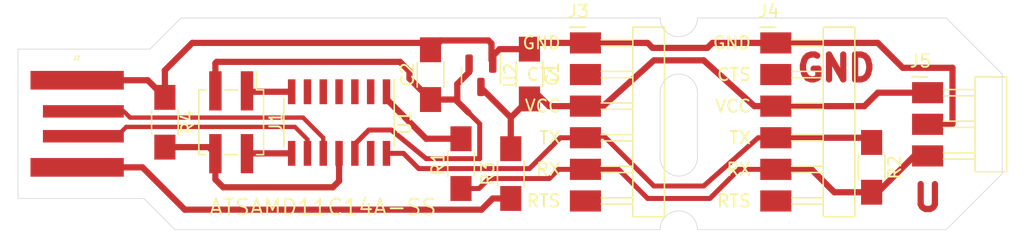
<source format=kicad_pcb>
(kicad_pcb (version 20211014) (generator pcbnew)
  (layers (0 "F.Cu" signal) (31 "B.Cu" signal) (34 "B.Paste" user) (35 "F.Paste" user) (36 "B.SilkS" user "B.Silkscreen") (37 "F.SilkS" user "F.Silkscreen") (38 "B.Mask" user) (39 "F.Mask" user) (44 "Edge.Cuts" user))
  (net 0 "")
  (net 1 "GND")
  (net 2 "+5V")
  (net 3 "+3V3")
  (net 4 "/USB_P")
  (net 5 "/USB_M")
  (net 6 "Net-(J3-Pad5)")
  (net 7 "/TX")
  (net 8 "Net-(R1-Pad2)")
  (net 10 "/DIO")
  (net 11 "/CLK")
  (net 12 "Net-(J2-Pad5V)")
  (net 13 "Net-(J1-Pad4)")
  (footprint "fab:PinHeader_FTDI_01x06_P2.54mm_Horizontal_SMD" (layer "F.Cu") (at 21 -16)
    (fp_text reference "J3" (at -1.524 -2.54 180) (layer "F.SilkS") (effects (justify left)))
    (fp_text value "FTDI Out")
    (fp_text user "GND" (at -1.905 0) (layer "F.SilkS") (effects (justify right)))
    (fp_text user "RTS" (at -1.905 12.7) (layer "F.SilkS") (effects (justify right)))
    (fp_text user "RX" (at -1.905 10.16) (layer "F.SilkS") (effects (justify right)))
    (fp_text user "CTS" (at -1.905 2.54) (layer "F.SilkS") (effects (justify right)))
    (fp_text user "VCC" (at -1.905 5.08) (layer "F.SilkS") (effects (justify right)))
    (fp_text user "TX" (at -1.905 7.62) (layer "F.SilkS") (effects (justify right)))
    (fp_line (start 6.35 -1.27) (end 6.35 13.97) (layer "F.SilkS") (width 0.12))
    (fp_line (start 3.81 9.906) (end 1.27 9.906) (layer "F.SilkS") (width 0.12))
    (fp_line (start 3.81 12.954) (end 1.27 12.954) (layer "F.SilkS") (width 0.12))
    (fp_line (start 3.81 -1.27) (end 6.35 -1.27) (layer "F.SilkS") (width 0.12))
    (fp_line (start 3.81 5.334) (end 1.27 5.334) (layer "F.SilkS") (width 0.12))
    (fp_line (start 3.81 4.826) (end 1.27 4.826) (layer "F.SilkS") (width 0.12))
    (fp_line (start 3.81 2.286) (end 1.27 2.286) (layer "F.SilkS") (width 0.12))
    (fp_line (start 3.81 12.446) (end 1.27 12.446) (layer "F.SilkS") (width 0.12))
    (fp_line (start 3.81 7.366) (end 1.27 7.366) (layer "F.SilkS") (width 0.12))
    (fp_line (start 3.81 13.97) (end 3.81 -1.27) (layer "F.SilkS") (width 0.12))
    (fp_line (start 3.81 0.254) (end 1.27 0.254) (layer "F.SilkS") (width 0.12))
    (fp_line (start -1.27 -1.27) (end 0 -1.27) (layer "F.SilkS") (width 0.12))
    (fp_line (start 3.81 2.794) (end 1.27 2.794) (layer "F.SilkS") (width 0.12))
    (fp_line (start 3.81 7.874) (end 1.27 7.874) (layer "F.SilkS") (width 0.12))
    (fp_line (start 3.81 -0.254) (end 1.27 -0.254) (layer "F.SilkS") (width 0.12))
    (fp_line (start 3.81 10.414) (end 1.27 10.414) (layer "F.SilkS") (width 0.12))
    (fp_line (start 6.35 13.97) (end 3.81 13.97) (layer "F.SilkS") (width 0.12))
    (pad "1" smd rect locked (at 0 0) (size 2.5 1.7) (layers "F.Cu" "F.Paste" "F.Mask") (net 1 "GND"))
    (pad "2" smd rect locked (at 0 2.54) (size 2.5 1.7) (layers "F.Cu" "F.Paste" "F.Mask"))
    (pad "3" smd rect locked (at 0 5.08) (size 2.5 1.7) (layers "F.Cu" "F.Paste" "F.Mask") (net 2 "+5V"))
    (pad "4" smd rect locked (at 0 7.62) (size 2.5 1.7) (layers "F.Cu" "F.Paste" "F.Mask") (net 7 "/TX"))
    (pad "5" smd rect locked (at 0 10.16) (size 2.5 1.7) (layers "F.Cu" "F.Paste" "F.Mask") (net 6 "Net-(J3-Pad5)"))
    (pad "6" smd rect locked (at 0 12.7) (size 2.5 1.7) (layers "F.Cu" "F.Paste" "F.Mask"))
  )
  (footprint "fab:PinHeader_FTDI_01x06_P2.54mm_Horizontal_SMD" (layer "F.Cu") (at 36.3 -16)
    (fp_text reference "J4" (at -1.524 -2.54 180) (layer "F.SilkS") (effects (justify left)))
    (fp_text value "FTDI In")
    (fp_text user "CTS" (at -1.905 2.54) (layer "F.SilkS") (effects (justify right)))
    (fp_text user "RTS" (at -1.905 12.7) (layer "F.SilkS") (effects (justify right)))
    (fp_text user "TX" (at -1.905 7.62) (layer "F.SilkS") (effects (justify right)))
    (fp_text user "VCC" (at -1.905 5.08) (layer "F.SilkS") (effects (justify right)))
    (fp_text user "GND" (at -1.905 0) (layer "F.SilkS") (effects (justify right)))
    (fp_text user "RX" (at -1.905 10.16) (layer "F.SilkS") (effects (justify right)))
    (fp_line (start 3.81 12.954) (end 1.27 12.954) (layer "F.SilkS") (width 0.12))
    (fp_line (start 3.81 2.794) (end 1.27 2.794) (layer "F.SilkS") (width 0.12))
    (fp_line (start 3.81 10.414) (end 1.27 10.414) (layer "F.SilkS") (width 0.12))
    (fp_line (start 6.35 -1.27) (end 6.35 13.97) (layer "F.SilkS") (width 0.12))
    (fp_line (start 3.81 4.826) (end 1.27 4.826) (layer "F.SilkS") (width 0.12))
    (fp_line (start 3.81 9.906) (end 1.27 9.906) (layer "F.SilkS") (width 0.12))
    (fp_line (start 6.35 13.97) (end 3.81 13.97) (layer "F.SilkS") (width 0.12))
    (fp_line (start -1.27 -1.27) (end 0 -1.27) (layer "F.SilkS") (width 0.12))
    (fp_line (start 3.81 2.286) (end 1.27 2.286) (layer "F.SilkS") (width 0.12))
    (fp_line (start 3.81 -1.27) (end 6.35 -1.27) (layer "F.SilkS") (width 0.12))
    (fp_line (start 3.81 0.254) (end 1.27 0.254) (layer "F.SilkS") (width 0.12))
    (fp_line (start 3.81 7.874) (end 1.27 7.874) (layer "F.SilkS") (width 0.12))
    (fp_line (start 3.81 7.366) (end 1.27 7.366) (layer "F.SilkS") (width 0.12))
    (fp_line (start 3.81 5.334) (end 1.27 5.334) (layer "F.SilkS") (width 0.12))
    (fp_line (start 3.81 13.97) (end 3.81 -1.27) (layer "F.SilkS") (width 0.12))
    (fp_line (start 3.81 -0.254) (end 1.27 -0.254) (layer "F.SilkS") (width 0.12))
    (fp_line (start 3.81 12.446) (end 1.27 12.446) (layer "F.SilkS") (width 0.12))
    (pad "1" smd rect locked (at 0 0) (size 2.5 1.7) (layers "F.Cu" "F.Paste" "F.Mask") (net 1 "GND"))
    (pad "2" smd rect locked (at 0 2.54) (size 2.5 1.7) (layers "F.Cu" "F.Paste" "F.Mask"))
    (pad "3" smd rect locked (at 0 5.08) (size 2.5 1.7) (layers "F.Cu" "F.Paste" "F.Mask") (net 2 "+5V"))
    (pad "4" smd rect locked (at 0 7.62) (size 2.5 1.7) (layers "F.Cu" "F.Paste" "F.Mask") (net 7 "/TX"))
    (pad "5" smd rect locked (at 0 10.16) (size 2.5 1.7) (layers "F.Cu" "F.Paste" "F.Mask") (net 6 "Net-(J3-Pad5)"))
    (pad "6" smd rect locked (at 0 12.7) (size 2.5 1.7) (layers "F.Cu" "F.Paste" "F.Mask"))
  )
  (footprint "fab:C_1206" (layer "F.Cu") (at 16.5 -13.5 -90)
    (fp_text reference "C1" (at 0 -1.85 90) (layer "F.SilkS"))
    (fp_text value "1 uF")
    (fp_line (start -1 -1.07) (end 1 -1.07) (layer "F.SilkS") (width 0.12))
    (fp_line (start 1 1.07) (end -1 1.07) (layer "F.SilkS") (width 0.12))
    (pad "1" smd rect locked (at -2 0 270) (size 2 1.7) (layers "F.Cu" "F.Paste" "F.Mask") (net 1 "GND"))
    (pad "2" smd rect locked (at 2 0 270) (size 2 1.7) (layers "F.Cu" "F.Paste" "F.Mask") (net 2 "+5V"))
  )
  (footprint "fab:PinHeader_1x03_P2.54mm_Horizontal_SMD" (layer "F.Cu") (at 48.5 -12)
    (fp_text reference "J5" (at -1.524 -2.54 180) (layer "F.SilkS") (effects (justify left)))
    (fp_text value "UPDI Out")
    (fp_line (start 3.81 -0.254) (end 1.27 -0.254) (layer "F.SilkS") (width 0.12))
    (fp_line (start 3.81 2.794) (end 1.27 2.794) (layer "F.SilkS") (width 0.12))
    (fp_line (start 6.35 6.35) (end 3.81 6.35) (layer "F.SilkS") (width 0.12))
    (fp_line (start 3.81 6.35) (end 3.81 -1.27) (layer "F.SilkS") (width 0.12))
    (fp_line (start 3.81 0.254) (end 1.27 0.254) (layer "F.SilkS") (width 0.12))
    (fp_line (start 6.35 -1.27) (end 6.35 6.35) (layer "F.SilkS") (width 0.12))
    (fp_line (start 3.81 2.286) (end 1.27 2.286) (layer "F.SilkS") (width 0.12))
    (fp_line (start 3.81 5.334) (end 1.27 5.334) (layer "F.SilkS") (width 0.12))
    (fp_line (start 3.81 4.826) (end 1.27 4.826) (layer "F.SilkS") (width 0.12))
    (fp_line (start 3.81 -1.27) (end 6.35 -1.27) (layer "F.SilkS") (width 0.12))
    (fp_line (start -1.27 -1.27) (end 0 -1.27) (layer "F.SilkS") (width 0.12))
    (pad "1" smd rect locked (at 0 0) (size 2.5 1.7) (layers "F.Cu" "F.Paste" "F.Mask") (net 2 "+5V"))
    (pad "2" smd rect locked (at 0 2.54) (size 2.5 1.7) (layers "F.Cu" "F.Paste" "F.Mask") (net 1 "GND"))
    (pad "3" smd rect locked (at 0 5.08) (size 2.5 1.7) (layers "F.Cu" "F.Paste" "F.Mask") (net 6 "Net-(J3-Pad5)"))
  )
  (footprint "fab:R_1206" (layer "F.Cu") (at 44 -6 -90)
    (fp_text reference "R2" (at 0 -1.85 90) (layer "F.SilkS"))
    (fp_text value "4.7K")
    (fp_line (start -1 -1.07) (end 1 -1.07) (layer "F.SilkS") (width 0.12))
    (fp_line (start 1 1.07) (end -1 1.07) (layer "F.SilkS") (width 0.12))
    (pad "1" smd rect locked (at -2 0 270) (size 2 1.7) (layers "F.Cu" "F.Paste" "F.Mask") (net 7 "/TX"))
    (pad "2" smd rect locked (at 2 0 270) (size 2 1.7) (layers "F.Cu" "F.Paste" "F.Mask") (net 6 "Net-(J3-Pad5)"))
  )
  (footprint "fab:C_1206" (layer "F.Cu") (at 8.55 -13.45 90)
    (fp_text reference "C2" (at 0 -1.85 90) (layer "F.SilkS"))
    (fp_text value "1 uF")
    (fp_line (start -1 -1.07) (end 1 -1.07) (layer "F.SilkS") (width 0.12))
    (fp_line (start 1 1.07) (end -1 1.07) (layer "F.SilkS") (width 0.12))
    (pad "1" smd rect locked (at -2 0 90) (size 2 1.7) (layers "F.Cu" "F.Paste" "F.Mask") (net 3 "+3V3"))
    (pad "2" smd rect locked (at 2 0 90) (size 2 1.7) (layers "F.Cu" "F.Paste" "F.Mask") (net 1 "GND"))
  )
  (footprint "fab:R_1206" (layer "F.Cu") (at 11 -6.3 90)
    (fp_text reference "R1" (at 0 -1.85 90) (layer "F.SilkS"))
    (fp_text value "1.2K")
    (fp_line (start -1 -1.07) (end 1 -1.07) (layer "F.SilkS") (width 0.12))
    (fp_line (start 1 1.07) (end -1 1.07) (layer "F.SilkS") (width 0.12))
    (pad "1" smd rect locked (at -2 0 90) (size 2 1.7) (layers "F.Cu" "F.Paste" "F.Mask") (net 6 "Net-(J3-Pad5)"))
    (pad "2" smd rect locked (at 2 0 90) (size 2 1.7) (layers "F.Cu" "F.Paste" "F.Mask") (net 8 "Net-(R1-Pad2)"))
  )
  (footprint "fab:SOIC-14_3.9x8.7mm_P1.27mm" (layer "F.Cu") (at 1.2 -9.6 -90)
    (fp_text reference "U1" (at 0 -5.28 90) (layer "F.SilkS"))
    (fp_text value "ATSAMD11C14A-SS" (at 6.8 1.3 180) (layer "F.SilkS") (effects (font (size 1.27 1.27))))
    (fp_line (start 0 -4.435) (end -3.45 -4.435) (layer "F.SilkS") (width 0.12))
    (fp_line (start 0 4.435) (end -1.95 4.435) (layer "F.SilkS") (width 0.12))
    (fp_line (start 0 4.435) (end 1.95 4.435) (layer "F.SilkS") (width 0.12))
    (fp_line (start 0 -4.435) (end 1.95 -4.435) (layer "F.SilkS") (width 0.12))
    (pad "1" smd rect locked (at -2.475 -3.81 270) (size 2 0.6) (layers "F.Cu" "F.Paste" "F.Mask") (net 8 "Net-(R1-Pad2)"))
    (pad "2" smd rect locked (at -2.475 -2.54 270) (size 2 0.6) (layers "F.Cu" "F.Paste" "F.Mask"))
    (pad "3" smd rect locked (at -2.475 -1.27 270) (size 2 0.6) (layers "F.Cu" "F.Paste" "F.Mask"))
    (pad "4" smd rect locked (at -2.475 0 270) (size 2 0.6) (layers "F.Cu" "F.Paste" "F.Mask"))
    (pad "5" smd rect locked (at -2.475 1.27 270) (size 2 0.6) (layers "F.Cu" "F.Paste" "F.Mask"))
    (pad "6" smd rect locked (at -2.475 2.54 270) (size 2 0.6) (layers "F.Cu" "F.Paste" "F.Mask"))
    (pad "7" smd rect locked (at -2.475 3.81 270) (size 2 0.6) (layers "F.Cu" "F.Paste" "F.Mask") (net 11 "/CLK"))
    (pad "8" smd rect locked (at 2.475 3.81 270) (size 2 0.6) (layers "F.Cu" "F.Paste" "F.Mask") (net 10 "/DIO"))
    (pad "9" smd rect locked (at 2.475 2.54 270) (size 2 0.6) (layers "F.Cu" "F.Paste" "F.Mask") (net 5 "/USB_M"))
    (pad "10" smd rect locked (at 2.475 1.27 270) (size 2 0.6) (layers "F.Cu" "F.Paste" "F.Mask") (net 4 "/USB_P"))
    (pad "11" smd rect locked (at 2.475 0 270) (size 2 0.6) (layers "F.Cu" "F.Paste" "F.Mask") (net 13 "Net-(J1-Pad4)"))
    (pad "12" smd rect locked (at 2.475 -1.27 270) (size 2 0.6) (layers "F.Cu" "F.Paste" "F.Mask") (net 3 "+3V3"))
    (pad "13" smd rect locked (at 2.475 -2.54 270) (size 2 0.6) (layers "F.Cu" "F.Paste" "F.Mask"))
    (pad "14" smd rect locked (at 2.475 -3.81 270) (size 2 0.6) (layers "F.Cu" "F.Paste" "F.Mask") (net 7 "/TX"))
  )
  (footprint "fab:PinHeader_2x02_P2.54mm_Vertical_SMD" (layer "F.Cu") (at -7.47 -9.625 -90)
    (fp_text reference "J1" (at 0 -3.6 90) (layer "F.SilkS"))
    (fp_text value "SWD")
    (fp_line (start 2.6 -0.51) (end 2.6 0.51) (layer "F.SilkS") (width 0.12))
    (fp_line (start -2.6 -2.6) (end -2.6 -2.03) (layer "F.SilkS") (width 0.12))
    (fp_line (start 2.6 2.03) (end 2.6 2.6) (layer "F.SilkS") (width 0.12))
    (fp_line (start -2.6 -2.6) (end 2.6 -2.6) (layer "F.SilkS") (width 0.12))
    (fp_line (start -2.6 2.6) (end 2.6 2.6) (layer "F.SilkS") (width 0.12))
    (fp_line (start -4.04 -2.03) (end -2.6 -2.03) (layer "F.SilkS") (width 0.12))
    (fp_line (start 2.6 -2.6) (end 2.6 -2.03) (layer "F.SilkS") (width 0.12))
    (fp_line (start -2.6 2.03) (end -2.6 2.6) (layer "F.SilkS") (width 0.12))
    (fp_line (start -2.6 -0.51) (end -2.6 0.51) (layer "F.SilkS") (width 0.12))
    (pad "1" smd rect locked (at -2.525 -1.27 270) (size 3.15 1) (layers "F.Cu" "F.Paste" "F.Mask") (net 11 "/CLK"))
    (pad "2" smd rect locked (at 2.525 -1.27 270) (size 3.15 1) (layers "F.Cu" "F.Paste" "F.Mask") (net 10 "/DIO"))
    (pad "3" smd rect locked (at -2.525 1.27 270) (size 3.15 1) (layers "F.Cu" "F.Paste" "F.Mask") (net 3 "+3V3"))
    (pad "4" smd rect locked (at 2.525 1.27 270) (size 3.15 1) (layers "F.Cu" "F.Paste" "F.Mask") (net 13 "Net-(J1-Pad4)"))
  )
  (footprint "fab:R_1206" (layer "F.Cu") (at 15 -5.5 90)
    (fp_text reference "R3" (at 0 -1.85 90) (layer "F.SilkS"))
    (fp_text value "0K")
    (fp_line (start -1 -1.07) (end 1 -1.07) (layer "F.SilkS") (width 0.12))
    (fp_line (start 1 1.07) (end -1 1.07) (layer "F.SilkS") (width 0.12))
    (pad "1" smd rect locked (at -2 0 90) (size 2 1.7) (layers "F.Cu" "F.Paste" "F.Mask") (net 12 "Net-(J2-Pad5V)"))
    (pad "2" smd rect locked (at 2 0 90) (size 2 1.7) (layers "F.Cu" "F.Paste" "F.Mask") (net 2 "+5V"))
  )
  (footprint "fab:R_1206" (layer "F.Cu") (at -12.8 -9.625 -90)
    (fp_text reference "R4" (at 0 -1.85 90) (layer "F.SilkS"))
    (fp_text value "0K")
    (fp_line (start 1 1.07) (end -1 1.07) (layer "F.SilkS") (width 0.12))
    (fp_line (start -1 -1.07) (end 1 -1.07) (layer "F.SilkS") (width 0.12))
    (pad "1" smd rect locked (at -2 0 270) (size 2 1.7) (layers "F.Cu" "F.Paste" "F.Mask") (net 1 "GND"))
    (pad "2" smd rect locked (at 2 0 270) (size 2 1.7) (layers "F.Cu" "F.Paste" "F.Mask") (net 13 "Net-(J1-Pad4)"))
  )
  (footprint "wheaton:FAB_USB-A-PCB" (layer "F.Cu") (at -19.65 -9.5)
    (fp_text reference "J2" (at -0.254 -5.2832) (layer "F.SilkS") (effects (font (size 0.32 0.32))))
    (fp_text value "FAB-USB-PCB")
    (pad "5V" smd rect locked (at -0.2 3.5) (size 7.5 1.5) (layers "F.Cu" "F.Paste" "F.Mask") (net 12 "Net-(J2-Pad5V)"))
    (pad "GND" smd rect locked (at -0.2 -3.5) (size 7.5 1.5) (layers "F.Cu" "F.Paste" "F.Mask") (net 1 "GND"))
    (pad "USB_M" smd rect locked (at 0.3 1) (size 6.5 1) (layers "F.Cu" "F.Paste" "F.Mask") (net 5 "/USB_M"))
    (pad "USB_P" smd rect locked (at 0.3 -1) (size 6.5 1) (layers "F.Cu" "F.Paste" "F.Mask") (net 4 "/USB_P"))
  )
  (footprint "Package_TO_SOT_SMD:SOT-23" (layer "F.Cu") (at 12.6 -13.4 -90)
    (fp_text reference "U2" (at 0 -2.4 -90) (layer "F.SilkS"))
    (fp_text value "MCP1700")
    (fp_line (start 0 1.56) (end 0.65 1.56) (layer "F.SilkS") (width 0.12))
    (fp_line (start 0 -1.56) (end 0.65 -1.56) (layer "F.SilkS") (width 0.12))
    (fp_line (start 0 1.56) (end -0.65 1.56) (layer "F.SilkS") (width 0.12))
    (fp_line (start 0 -1.56) (end -1.675 -1.56) (layer "F.SilkS") (width 0.12))
    (pad "1" smd roundrect (at -0.9375 -0.95 270) (size 1.475 0.6) (layers "F.Cu" "F.Paste" "F.Mask") (net 1 "GND"))
    (pad "2" smd roundrect (at -0.9375 0.95 270) (size 1.475 0.6) (layers "F.Cu" "F.Paste" "F.Mask") (net 3 "+3V3"))
    (pad "3" smd roundrect (at 0.9375 0 270) (size 1.475 0.6) (layers "F.Cu" "F.Paste" "F.Mask") (net 2 "+5V"))
  )
  (gr_line (start 54.5 -5.5) (end 54.5 -13.5) (layer "Edge.Cuts") (width 0.05))
  (gr_line (start -11.5 -18) (end -14 -15.5) (layer "Edge.Cuts") (width 0.05))
  (gr_line (start -14 -15.5) (end -24.6 -15.5) (layer "Edge.Cuts") (width 0.05))
  (gr_arc (start 30 -18) (mid 28.5 -16.5) (end 27 -18) (layer "Edge.Cuts") (width 0.05))
  (gr_arc (start 27 -1) (mid 28.5 -2.5) (end 30 -1) (layer "Edge.Cuts") (width 0.05))
  (gr_line (start 54.5 -13.5) (end 50 -18) (layer "Edge.Cuts") (width 0.05))
  (gr_line (start 27 -6.8) (end 27 -12) (layer "Edge.Cuts") (width 0.05))
  (gr_line (start 30 -1) (end 50 -1) (layer "Edge.Cuts") (width 0.05))
  (gr_line (start 30 -12) (end 30 -6.8) (layer "Edge.Cuts") (width 0.05))
  (gr_line (start -24.6 -15.5) (end -24.6 -3.5) (layer "Edge.Cuts") (width 0.05))
  (gr_line (start 27 -18) (end -11.5 -18) (layer "Edge.Cuts") (width 0.05))
  (gr_arc (start 30 -6.8) (mid 28.5 -5.3) (end 27 -6.8) (layer "Edge.Cuts") (width 0.05))
  (gr_line (start 50 -1) (end 54.5 -5.5) (layer "Edge.Cuts") (width 0.05))
  (gr_line (start 30 -18) (end 50 -18) (layer "Edge.Cuts") (width 0.05))
  (gr_line (start -14.5 -3.5) (end -12 -1) (layer "Edge.Cuts") (width 0.05))
  (gr_line (start -24.6 -3.5) (end -14.5 -3.5) (layer "Edge.Cuts") (width 0.05))
  (gr_arc (start 27 -12) (mid 28.5 -13.5) (end 30 -12) (layer "Edge.Cuts") (width 0.05))
  (gr_line (start 27 -1) (end -12 -1) (layer "Edge.Cuts") (width 0.05))
  (gr_text "GND" (at 41.148 -13.97) (layer "F.Cu") (effects (font (size 2 2) (thickness 0.5))))
  (gr_text "U" (at 48.514 -3.556) (layer "F.Cu") (effects (font (size 2 2) (thickness 0.5))))
  (segment (start 30.8 -15.6) (end 31.2 -16) (width 0.5) (layer "F.Cu") (net 1))
  (segment (start 13.55 -14.95) (end 13.55 -14.3375) (width 0.5) (layer "F.Cu") (net 1))
  (segment (start 8.55 -15.58) (end 8.128 -16.002) (width 0.5) (layer "F.Cu") (net 1))
  (segment (start 50.5 -14) (end 50.5 -9.5) (width 0.5) (layer "F.Cu") (net 1))
  (segment (start 13.55 -14.85) (end 13.55 -14.3375) (width 0.5) (layer "F.Cu") (net 1))
  (segment (start 46.5 -14) (end 50.5 -14) (width 0.5) (layer "F.Cu") (net 1))
  (segment (start -12.8 -13.8) (end -12.8 -11.625) (width 0.5) (layer "F.Cu") (net 1))
  (segment (start 13.2 -16.2) (end 13.45 -15.95) (width 0.5) (layer "F.Cu") (net 1))
  (segment (start -10.598 -16.002) (end -12.8 -13.8) (width 0.5) (layer "F.Cu") (net 1))
  (segment (start 13.45 -15.95) (end 13.45 -14.6) (width 0.5) (layer "F.Cu") (net 1))
  (segment (start 36.3 -16) (end 44.5 -16) (width 0.5) (layer "F.Cu") (net 1))
  (segment (start 8.65 -15.45) (end 9.4 -16.2) (width 0.5) (layer "F.Cu") (net 1))
  (segment (start 16.5 -16) (end 21 -16) (width 0.5) (layer "F.Cu") (net 1))
  (segment (start 8.55 -15.45) (end 8.65 -15.45) (width 0.5) (layer "F.Cu") (net 1))
  (segment (start 16.5 -15.5) (end 14.1 -15.5) (width 0.5) (layer "F.Cu") (net 1))
  (segment (start 21 -16) (end 26 -16) (width 0.5) (layer "F.Cu") (net 1))
  (segment (start 50.5 -9.5) (end 50.46 -9.46) (width 0.5) (layer "F.Cu") (net 1))
  (segment (start 8.55 -15.45) (end 8.55 -15.58) (width 0.5) (layer "F.Cu") (net 1))
  (segment (start 26 -16) (end 26.4 -15.6) (width 0.5) (layer "F.Cu") (net 1))
  (segment (start 14.1 -15.5) (end 13.55 -14.95) (width 0.5) (layer "F.Cu") (net 1))
  (segment (start -14.175 -13) (end -12.8 -11.625) (width 0.5) (layer "F.Cu") (net 1))
  (segment (start 26.4 -15.6) (end 30.8 -15.6) (width 0.5) (layer "F.Cu") (net 1))
  (segment (start 31.2 -16) (end 36.3 -16) (width 0.5) (layer "F.Cu") (net 1))
  (segment (start 50.46 -9.46) (end 48.5 -9.46) (width 0.5) (layer "F.Cu") (net 1))
  (segment (start 8.128 -16.002) (end -10.598 -16.002) (width 0.5) (layer "F.Cu") (net 1))
  (segment (start -19.85 -13) (end -14.175 -13) (width 0.5) (layer "F.Cu") (net 1))
  (segment (start 44.5 -16) (end 46.5 -14) (width 0.5) (layer "F.Cu") (net 1))
  (segment (start 9.4 -16.2) (end 13.2 -16.2) (width 0.5) (layer "F.Cu") (net 1))
  (segment (start 36.3 -10.92) (end 43.42 -10.92) (width 0.5) (layer "F.Cu") (net 2))
  (segment (start 30.5 -14.6) (end 34.58 -10.92) (width 0.5) (layer "F.Cu") (net 2))
  (segment (start 17 -12) (end 18.08 -10.92) (width 0.5) (layer "F.Cu") (net 2))
  (segment (start 15 -7.5) (end 15 -10) (width 0.5) (layer "F.Cu") (net 2))
  (segment (start 21 -10.92) (end 22.42 -10.92) (width 0.5) (layer "F.Cu") (net 2))
  (segment (start 18.08 -10.92) (end 21 -10.92) (width 0.5) (layer "F.Cu") (net 2))
  (segment (start 44.5 -12) (end 48.5 -12) (width 0.5) (layer "F.Cu") (net 2))
  (segment (start 22.42 -10.92) (end 26.5 -14.6) (width 0.5) (layer "F.Cu") (net 2))
  (segment (start 43.42 -10.92) (end 44.5 -12) (width 0.5) (layer "F.Cu") (net 2))
  (segment (start 16.5 -11.5) (end 17 -11.5) (width 0.5) (layer "F.Cu") (net 2))
  (segment (start 15 -10) (end 16.5 -11.5) (width 0.5) (layer "F.Cu") (net 2))
  (segment (start 34.58 -10.92) (end 36.3 -10.92) (width 0.5) (layer "F.Cu") (net 2))
  (segment (start 26.5 -14.6) (end 30.5 -14.6) (width 0.5) (layer "F.Cu") (net 2))
  (segment (start 12.6 -12.4625) (end 12.6 -12.4) (width 0.5) (layer "F.Cu") (net 2))
  (segment (start 12.6 -12.4) (end 15 -10) (width 0.5) (layer "F.Cu") (net 2))
  (segment (start -8.74 -14.374) (end -8.636 -14.478) (width 0.5) (layer "F.Cu") (net 3))
  (segment (start 11.65 -13.65) (end 10.7 -12.7) (width 0.5) (layer "F.Cu") (net 3))
  (segment (start 3.594998 -9) (end 2.47 -7.875002) (width 0.4) (layer "F.Cu") (net 3))
  (segment (start 12.5 -9.5) (end 12.5 -6.7) (width 0.4) (layer "F.Cu") (net 3))
  (segment (start 6.858 -13.142) (end 8.55 -11.45) (width 0.5) (layer "F.Cu") (net 3))
  (segment (start 6.858 -13.716) (end 6.858 -13.142) (width 0.5) (layer "F.Cu") (net 3))
  (segment (start 5.4 -9) (end 3.594998 -9) (width 0.4) (layer "F.Cu") (net 3))
  (segment (start 12.5 -6.7) (end 8.2 -6.7) (width 0.4) (layer "F.Cu") (net 3))
  (segment (start 11.65 -14.3375) (end 11.65 -13.65) (width 0.5) (layer "F.Cu") (net 3))
  (segment (start 10.7 -11.45) (end 10.7 -11.3) (width 0.5) (layer "F.Cu") (net 3))
  (segment (start 10.7 -12.7) (end 10.7 -11.45) (width 0.5) (layer "F.Cu") (net 3))
  (segment (start -8.74 -12.15) (end -8.74 -14.374) (width 0.5) (layer "F.Cu") (net 3))
  (segment (start 11.6 -10.4) (end 12.5 -9.5) (width 0.4) (layer "F.Cu") (net 3))
  (segment (start 10.7 -11.45) (end 8.55 -11.45) (width 0.5) (layer "F.Cu") (net 3))
  (segment (start -8.636 -14.478) (end 6.096 -14.478) (width 0.5) (layer "F.Cu") (net 3))
  (segment (start 2.47 -7.875002) (end 2.47 -7.125) (width 0.4) (layer "F.Cu") (net 3))
  (segment (start 8.2 -6.7) (end 5.4 -9) (width 0.4) (layer "F.Cu") (net 3))
  (segment (start 10.7 -11.3) (end 11.6 -10.4) (width 0.5) (layer "F.Cu") (net 3))
  (segment (start 6.096 -14.478) (end 6.858 -13.716) (width 0.5) (layer "F.Cu") (net 3))
  (segment (start -0.07 -7.125) (end -0.07 -8.37) (width 0.35) (layer "F.Cu") (net 4))
  (segment (start -19.35 -10.5) (end -16.1 -10.5) (width 0.25) (layer "F.Cu") (net 4))
  (segment (start -0.07 -8.37) (end -1.7 -10) (width 0.35) (layer "F.Cu") (net 4))
  (segment (start -16.1 -10.5) (end -15.6 -10) (width 0.35) (layer "F.Cu") (net 4))
  (segment (start -15.6 -10) (end -1.7 -10) (width 0.35) (layer "F.Cu") (net 4))
  (segment (start -19.35 -8.5) (end -16.65 -8.5) (width 0.25) (layer "F.Cu") (net 5))
  (segment (start -1.34 -7.125) (end -1.34 -8.24) (width 0.35) (layer "F.Cu") (net 5))
  (segment (start -15.9 -9.25) (end -2.35 -9.25) (width 0.35) (layer "F.Cu") (net 5))
  (segment (start -1.34 -8.24) (end -2.35 -9.25) (width 0.35) (layer "F.Cu") (net 5))
  (segment (start -16.65 -8.5) (end -15.9 -9.25) (width 0.35) (layer "F.Cu") (net 5))
  (segment (start 12.45 -4.3) (end 13.25 -5.1) (width 0.4) (layer "F.Cu") (net 6))
  (segment (start 18.1 -5.1) (end 18.84 -5.84) (width 0.4) (layer "F.Cu") (net 6))
  (segment (start 44.5 -4) (end 44 -4) (width 0.5) (layer "F.Cu") (net 6))
  (segment (start 11 -4.3) (end 12.45 -4.3) (width 0.4) (layer "F.Cu") (net 6))
  (segment (start 44 -4) (end 41 -4) (width 0.5) (layer "F.Cu") (net 6))
  (segment (start 18.84 -5.84) (end 21 -5.84) (width 0.4) (layer "F.Cu") (net 6))
  (segment (start 31 -3.5) (end 33.34 -5.84) (width 0.4) (layer "F.Cu") (net 6))
  (segment (start 39.16 -5.84) (end 36.3 -5.84) (width 0.5) (layer "F.Cu") (net 6))
  (segment (start 47.42 -6.92) (end 44.5 -4) (width 0.5) (layer "F.Cu") (net 6))
  (segment (start 48.5 -6.92) (end 47.42 -6.92) (width 0.5) (layer "F.Cu") (net 6))
  (segment (start 23.66 -5.84) (end 26 -3.5) (width 0.4) (layer "F.Cu") (net 6))
  (segment (start 41 -4) (end 39.16 -5.84) (width 0.5) (layer "F.Cu") (net 6))
  (segment (start 13.25 -5.1) (end 18.1 -5.1) (width 0.4) (layer "F.Cu") (net 6))
  (segment (start 33.34 -5.84) (end 36.3 -5.84) (width 0.4) (layer "F.Cu") (net 6))
  (segment (start 26 -3.5) (end 31 -3.5) (width 0.4) (layer "F.Cu") (net 6))
  (segment (start 21 -5.84) (end 23.66 -5.84) (width 0.4) (layer "F.Cu") (net 6))
  (segment (start 34.88 -8.38) (end 30.5 -4.5) (width 0.4) (layer "F.Cu") (net 7))
  (segment (start 26.5 -4.5) (end 22.5 -8.5) (width 0.4) (layer "F.Cu") (net 7))
  (segment (start 36.3 -8.38) (end 34.88 -8.38) (width 0.4) (layer "F.Cu") (net 7))
  (segment (start 5.01 -7.125) (end 6.375 -7.125) (width 0.4) (layer "F.Cu") (net 7))
  (segment (start 22.5 -8.5) (end 21.52 -8.5) (width 0.4) (layer "F.Cu") (net 7))
  (segment (start 21.52 -8.5) (end 21.4 -8.38) (width 0.4) (layer "F.Cu") (net 7))
  (segment (start 44 -8) (end 43.62 -8.38) (width 0.5) (layer "F.Cu") (net 7))
  (segment (start 21.4 -8.38) (end 21 -8.38) (width 0.4) (layer "F.Cu") (net 7))
  (segment (start 6.375 -7.125) (end 7.6 -5.9) (width 0.4) (layer "F.Cu") (net 7))
  (segment (start 7.6 -5.9) (end 16.5 -5.9) (width 0.4) (layer "F.Cu") (net 7))
  (segment (start 30.5 -4.5) (end 26.5 -4.5) (width 0.4) (layer "F.Cu") (net 7))
  (segment (start 18.98 -8.38) (end 21 -8.38) (width 0.4) (layer "F.Cu") (net 7))
  (segment (start 43.62 -8.38) (end 36.3 -8.38) (width 0.5) (layer "F.Cu") (net 7))
  (segment (start 16.5 -5.9) (end 18.98 -8.38) (width 0.4) (layer "F.Cu") (net 7))
  (segment (start 8.2 -8.3) (end 5.01 -11.49) (width 0.5) (layer "F.Cu") (net 8))
  (segment (start 5.01 -11.49) (end 5.01 -12.075) (width 0.5) (layer "F.Cu") (net 8))
  (segment (start 11 -8.3) (end 8.2 -8.3) (width 0.5) (layer "F.Cu") (net 8))
  (segment (start -2.61 -7.125) (end -6.175 -7.125) (width 0.5) (layer "F.Cu") (net 10))
  (segment (start -6.175 -7.125) (end -6.2 -7.1) (width 0.5) (layer "F.Cu") (net 10))
  (segment (start -2.61 -12.075) (end -6.125 -12.075) (width 0.5) (layer "F.Cu") (net 11))
  (segment (start -6.125 -12.075) (end -6.2 -12.15) (width 0.5) (layer "F.Cu") (net 11))
  (segment (start -14.6 -6) (end -11.2 -2.6) (width 0.5) (layer "F.Cu") (net 12))
  (segment (start -19.85 -6) (end -14.6 -6) (width 0.5) (layer "F.Cu") (net 12))
  (segment (start 12.65 -2.6) (end 13.55 -3.5) (width 0.5) (layer "F.Cu") (net 12))
  (segment (start -11.2 -2.6) (end 12.65 -2.6) (width 0.5) (layer "F.Cu") (net 12))
  (segment (start 13.55 -3.5) (end 15 -3.5) (width 0.5) (layer "F.Cu") (net 12))
  (segment (start 0.7 -4.4) (end -8.115 -4.4) (width 0.5) (layer "F.Cu") (net 13))
  (segment (start 1.2 -4.9) (end 0.7 -4.4) (width 0.5) (layer "F.Cu") (net 13))
  (segment (start -12.8 -7.625) (end -9.265 -7.625) (width 0.5) (layer "F.Cu") (net 13))
  (segment (start -8.115 -4.4) (end -8.74 -5.025) (width 0.5) (layer "F.Cu") (net 13))
  (segment (start -9.265 -7.625) (end -8.74 -7.1) (width 0.5) (layer "F.Cu") (net 13))
  (segment (start -8.74 -5.025) (end -8.74 -7.1) (width 0.5) (layer "F.Cu") (net 13))
  (segment (start 1.2 -4.9) (end 1.2 -7.125) (width 0.5) (layer "F.Cu") (net 13))
)
</source>
